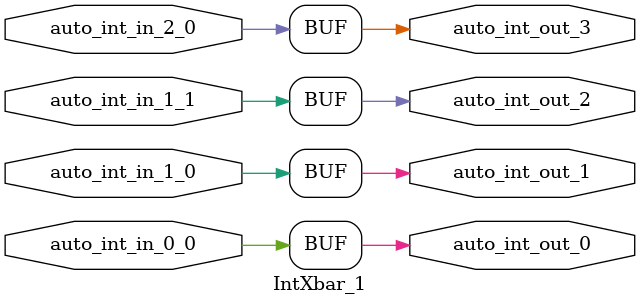
<source format=sv>
`ifndef RANDOMIZE
  `ifdef RANDOMIZE_REG_INIT
    `define RANDOMIZE
  `endif // RANDOMIZE_REG_INIT
`endif // not def RANDOMIZE
`ifndef RANDOMIZE
  `ifdef RANDOMIZE_MEM_INIT
    `define RANDOMIZE
  `endif // RANDOMIZE_MEM_INIT
`endif // not def RANDOMIZE

`ifndef RANDOM
  `define RANDOM $random
`endif // not def RANDOM

// Users can define 'PRINTF_COND' to add an extra gate to prints.
`ifndef PRINTF_COND_
  `ifdef PRINTF_COND
    `define PRINTF_COND_ (`PRINTF_COND)
  `else  // PRINTF_COND
    `define PRINTF_COND_ 1
  `endif // PRINTF_COND
`endif // not def PRINTF_COND_

// Users can define 'ASSERT_VERBOSE_COND' to add an extra gate to assert error printing.
`ifndef ASSERT_VERBOSE_COND_
  `ifdef ASSERT_VERBOSE_COND
    `define ASSERT_VERBOSE_COND_ (`ASSERT_VERBOSE_COND)
  `else  // ASSERT_VERBOSE_COND
    `define ASSERT_VERBOSE_COND_ 1
  `endif // ASSERT_VERBOSE_COND
`endif // not def ASSERT_VERBOSE_COND_

// Users can define 'STOP_COND' to add an extra gate to stop conditions.
`ifndef STOP_COND_
  `ifdef STOP_COND
    `define STOP_COND_ (`STOP_COND)
  `else  // STOP_COND
    `define STOP_COND_ 1
  `endif // STOP_COND
`endif // not def STOP_COND_

// Users can define INIT_RANDOM as general code that gets injected into the
// initializer block for modules with registers.
`ifndef INIT_RANDOM
  `define INIT_RANDOM
`endif // not def INIT_RANDOM

// If using random initialization, you can also define RANDOMIZE_DELAY to
// customize the delay used, otherwise 0.002 is used.
`ifndef RANDOMIZE_DELAY
  `define RANDOMIZE_DELAY 0.002
`endif // not def RANDOMIZE_DELAY

// Define INIT_RANDOM_PROLOG_ for use in our modules below.
`ifndef INIT_RANDOM_PROLOG_
  `ifdef RANDOMIZE
    `ifdef VERILATOR
      `define INIT_RANDOM_PROLOG_ `INIT_RANDOM
    `else  // VERILATOR
      `define INIT_RANDOM_PROLOG_ `INIT_RANDOM #`RANDOMIZE_DELAY begin end
    `endif // VERILATOR
  `else  // RANDOMIZE
    `define INIT_RANDOM_PROLOG_
  `endif // RANDOMIZE
`endif // not def INIT_RANDOM_PROLOG_

module IntXbar_1(
  input  auto_int_in_2_0,
         auto_int_in_1_0,
         auto_int_in_1_1,
         auto_int_in_0_0,
  output auto_int_out_0,
         auto_int_out_1,
         auto_int_out_2,
         auto_int_out_3
);

  assign auto_int_out_0 = auto_int_in_0_0;
  assign auto_int_out_1 = auto_int_in_1_0;
  assign auto_int_out_2 = auto_int_in_1_1;
  assign auto_int_out_3 = auto_int_in_2_0;
endmodule


</source>
